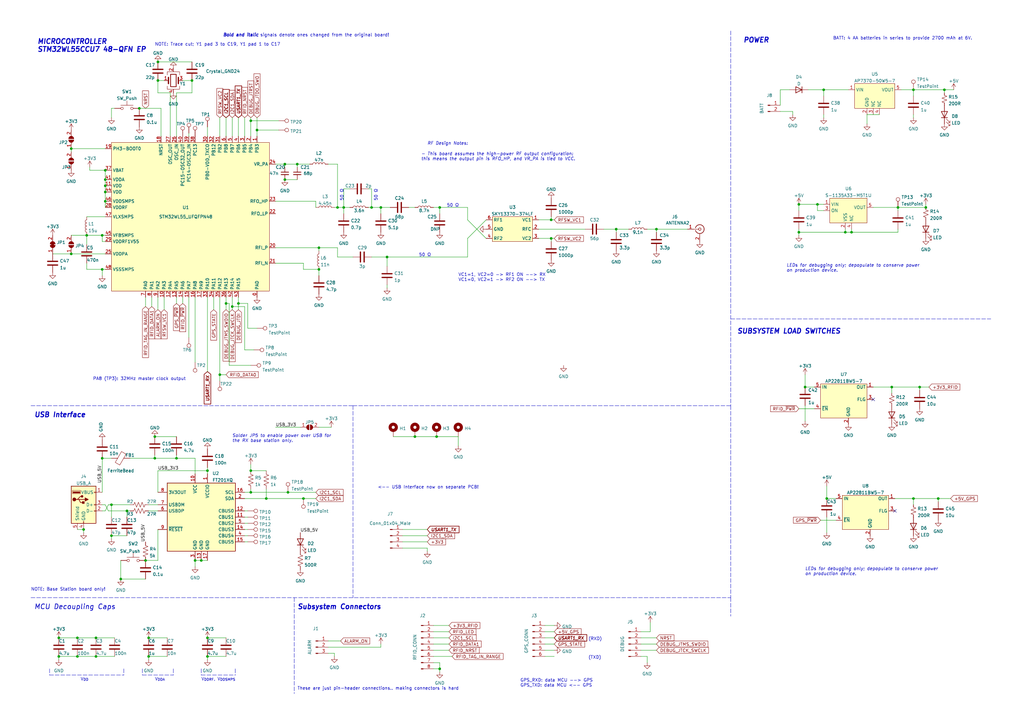
<source format=kicad_sch>
(kicad_sch (version 20211123) (generator eeschema)
  (paper "A3")
  (junction (at 85.09 269.24))
  (junction (at 43.18 73.66))
  (junction (at 349.25 95.25))
  (junction (at 226.06 97.79))
  (junction (at 59.69 229.87))
  (junction (at 39.37 269.24))
  (junction (at 327.66 83.82))
  (junction (at 29.21 104.14))
  (junction (at 179.07 179.07))
  (junction (at 85.09 261.62))
  (junction (at 116.84 73.66))
  (junction (at 384.81 204.47))
  (junction (at 109.22 204.47))
  (junction (at 377.19 158.75))
  (junction (at 327.66 95.25))
  (junction (at 35.56 96.52))
  (junction (at 156.21 85.09))
  (junction (at 102.87 201.93))
  (junction (at 102.87 49.53))
  (junction (at 78.74 33.02))
  (junction (at 170.18 179.07))
  (junction (at 337.82 36.83))
  (junction (at 31.75 261.62))
  (junction (at 339.09 204.47))
  (junction (at 140.97 85.09))
  (junction (at 335.28 83.82))
  (junction (at 252.73 93.98))
  (junction (at 180.34 85.09))
  (junction (at 130.81 101.6))
  (junction (at 41.91 187.96))
  (junction (at 43.18 76.2))
  (junction (at 269.24 93.98))
  (junction (at 49.53 237.49))
  (junction (at 95.25 125.73))
  (junction (at 41.91 110.49))
  (junction (at 31.75 269.24))
  (junction (at 45.72 207.01))
  (junction (at 64.77 33.02))
  (junction (at 64.77 25.4))
  (junction (at 130.81 110.49))
  (junction (at 116.84 67.31))
  (junction (at 121.92 67.31))
  (junction (at 102.87 193.04))
  (junction (at 97.79 124.46))
  (junction (at 346.71 95.25))
  (junction (at 158.75 105.41))
  (junction (at 41.91 96.52))
  (junction (at 124.46 204.47))
  (junction (at 63.5 179.07))
  (junction (at 24.13 269.24))
  (junction (at 330.2 158.75))
  (junction (at 138.43 85.09))
  (junction (at 52.07 209.55))
  (junction (at 92.71 124.46))
  (junction (at 43.18 82.55))
  (junction (at 60.96 269.24))
  (junction (at 152.4 85.09))
  (junction (at 45.72 219.71))
  (junction (at 63.5 187.96))
  (junction (at 365.76 158.75))
  (junction (at 379.73 85.09))
  (junction (at 180.34 274.32))
  (junction (at 85.09 193.04))
  (junction (at 374.65 204.47))
  (junction (at 226.06 90.17))
  (junction (at 43.18 69.85))
  (junction (at 24.13 261.62))
  (junction (at 90.17 153.67))
  (junction (at 57.15 44.45))
  (junction (at 387.35 36.83))
  (junction (at 34.29 217.17))
  (junction (at 374.65 36.83))
  (junction (at 29.21 60.96))
  (junction (at 39.37 261.62))
  (junction (at 60.96 261.62))
  (junction (at 368.3 85.09))
  (junction (at 43.18 78.74))
  (junction (at 118.11 201.93))
  (junction (at 80.01 229.87))
  (junction (at 82.55 229.87))
  (junction (at 72.39 187.96))
  (junction (at 105.41 53.34))
  (no_connect (at 358.14 163.83))
  (no_connect (at 367.03 209.55))
  (wire (pts (xy 59.69 229.87) (xy 64.77 229.87)))
  (wire (pts (xy 52.07 209.55) (xy 52.07 212.09)))
  (wire (pts (xy 223.52 269.24) (xy 227.33 269.24)))
  (wire (pts (xy 223.52 259.08) (xy 227.33 259.08)))
  (wire (pts (xy 320.04 36.83) (xy 323.85 36.83)))
  (wire (pts (xy 100.33 48.26) (xy 100.33 55.88)))
  (wire (pts (xy 80.01 187.96) (xy 80.01 194.31)))
  (wire (pts (xy 60.96 207.01) (xy 64.77 207.01)))
  (wire (pts (xy 100.33 201.93) (xy 102.87 201.93)))
  (wire (pts (xy 151.13 77.47) (xy 152.4 77.47)))
  (wire (pts (xy 138.43 85.09) (xy 140.97 85.09)))
  (wire (pts (xy 100.33 222.25) (xy 101.6 222.25)))
  (wire (pts (xy 387.35 36.83) (xy 387.35 38.1)))
  (wire (pts (xy 44.45 207.01) (xy 45.72 207.01)))
  (polyline (pts (xy 50.8 274.32) (xy 50.8 276.86)))
  (wire (pts (xy 269.24 93.98) (xy 281.94 93.98)))
  (wire (pts (xy 41.91 99.06) (xy 41.91 96.52)))
  (wire (pts (xy 92.71 48.26) (xy 92.71 55.88)))
  (polyline (pts (xy 299.72 166.37) (xy 299.72 245.11)))
  (wire (pts (xy 24.13 261.62) (xy 31.75 261.62)))
  (wire (pts (xy 105.41 48.26) (xy 105.41 53.34)))
  (wire (pts (xy 331.47 36.83) (xy 337.82 36.83)))
  (wire (pts (xy 24.13 270.51) (xy 24.13 269.24)))
  (wire (pts (xy 140.97 77.47) (xy 140.97 85.09)))
  (wire (pts (xy 165.1 217.17) (xy 175.26 217.17)))
  (wire (pts (xy 100.33 217.17) (xy 101.6 217.17)))
  (wire (pts (xy 97.79 124.46) (xy 101.6 124.46)))
  (wire (pts (xy 177.8 85.09) (xy 180.34 85.09)))
  (wire (pts (xy 53.34 187.96) (xy 63.5 187.96)))
  (wire (pts (xy 113.03 101.6) (xy 130.81 101.6)))
  (wire (pts (xy 346.71 95.25) (xy 349.25 95.25)))
  (wire (pts (xy 379.73 83.82) (xy 379.73 85.09)))
  (wire (pts (xy 140.97 85.09) (xy 143.51 85.09)))
  (wire (pts (xy 152.4 85.09) (xy 156.21 85.09)))
  (wire (pts (xy 36.83 68.58) (xy 36.83 69.85)))
  (wire (pts (xy 337.82 46.99) (xy 337.82 48.26)))
  (wire (pts (xy 266.7 259.08) (xy 266.7 255.27)))
  (wire (pts (xy 100.33 204.47) (xy 109.22 204.47)))
  (wire (pts (xy 226.06 97.79) (xy 226.06 99.06)))
  (wire (pts (xy 49.53 237.49) (xy 59.69 237.49)))
  (wire (pts (xy 113.03 82.55) (xy 129.54 82.55)))
  (wire (pts (xy 57.15 44.45) (xy 66.04 44.45)))
  (wire (pts (xy 41.91 110.49) (xy 41.91 113.03)))
  (wire (pts (xy 177.8 256.54) (xy 184.15 256.54)))
  (wire (pts (xy 49.53 229.87) (xy 49.53 237.49)))
  (wire (pts (xy 325.12 45.72) (xy 320.04 45.72)))
  (wire (pts (xy 66.04 44.45) (xy 66.04 55.88)))
  (wire (pts (xy 24.13 269.24) (xy 31.75 269.24)))
  (wire (pts (xy 247.65 93.98) (xy 252.73 93.98)))
  (polyline (pts (xy 58.42 274.32) (xy 58.42 276.86)))
  (polyline (pts (xy 82.55 276.86) (xy 96.52 276.86)))
  (wire (pts (xy 116.84 73.66) (xy 121.92 73.66)))
  (wire (pts (xy 116.84 67.31) (xy 121.92 67.31)))
  (polyline (pts (xy 58.42 276.86) (xy 71.12 276.86)))
  (wire (pts (xy 339.09 199.39) (xy 339.09 204.47)))
  (wire (pts (xy 262.89 261.62) (xy 269.24 261.62)))
  (wire (pts (xy 45.72 219.71) (xy 52.07 219.71)))
  (wire (pts (xy 97.79 124.46) (xy 97.79 127)))
  (wire (pts (xy 129.54 82.55) (xy 129.54 85.09)))
  (wire (pts (xy 105.41 53.34) (xy 105.41 55.88)))
  (wire (pts (xy 34.29 218.44) (xy 34.29 217.17)))
  (wire (pts (xy 74.93 33.02) (xy 78.74 33.02)))
  (wire (pts (xy 387.35 36.83) (xy 391.16 36.83)))
  (wire (pts (xy 177.8 271.78) (xy 180.34 271.78)))
  (wire (pts (xy 72.39 186.69) (xy 72.39 187.96)))
  (wire (pts (xy 44.45 209.55) (xy 43.18 207.01)))
  (wire (pts (xy 134.62 262.89) (xy 139.7 262.89)))
  (polyline (pts (xy 144.78 166.37) (xy 299.72 166.37)))
  (wire (pts (xy 39.37 269.24) (xy 46.99 269.24)))
  (wire (pts (xy 220.98 90.17) (xy 226.06 90.17)))
  (wire (pts (xy 97.79 121.92) (xy 97.79 124.46)))
  (wire (pts (xy 29.21 104.14) (xy 43.18 104.14)))
  (wire (pts (xy 374.65 204.47) (xy 374.65 207.01)))
  (wire (pts (xy 31.75 269.24) (xy 39.37 269.24)))
  (wire (pts (xy 113.03 107.95) (xy 124.46 107.95)))
  (wire (pts (xy 77.47 54.61) (xy 77.47 55.88)))
  (wire (pts (xy 35.56 88.9) (xy 43.18 88.9)))
  (wire (pts (xy 93.98 124.46) (xy 93.98 149.86)))
  (wire (pts (xy 36.83 69.85) (xy 43.18 69.85)))
  (wire (pts (xy 124.46 110.49) (xy 130.81 110.49)))
  (wire (pts (xy 220.98 97.79) (xy 226.06 97.79)))
  (wire (pts (xy 43.18 99.06) (xy 41.91 99.06)))
  (wire (pts (xy 346.71 95.25) (xy 346.71 93.98)))
  (wire (pts (xy 152.4 77.47) (xy 152.4 85.09)))
  (polyline (pts (xy 120.65 245.11) (xy 120.65 284.48)))
  (wire (pts (xy 151.13 85.09) (xy 152.4 85.09)))
  (wire (pts (xy 369.57 36.83) (xy 374.65 36.83)))
  (wire (pts (xy 137.16 267.97) (xy 137.16 269.24)))
  (wire (pts (xy 156.21 85.09) (xy 156.21 87.63)))
  (wire (pts (xy 175.26 224.79) (xy 175.26 226.06)))
  (wire (pts (xy 384.81 204.47) (xy 389.89 204.47)))
  (wire (pts (xy 60.96 209.55) (xy 64.77 209.55)))
  (polyline (pts (xy 20.32 274.32) (xy 20.32 276.86)))
  (wire (pts (xy 226.06 97.79) (xy 227.33 97.79)))
  (wire (pts (xy 64.77 25.4) (xy 78.74 25.4)))
  (wire (pts (xy 137.16 85.09) (xy 138.43 85.09)))
  (wire (pts (xy 252.73 93.98) (xy 257.81 93.98)))
  (wire (pts (xy 95.25 125.73) (xy 100.33 125.73)))
  (wire (pts (xy 60.96 269.24) (xy 60.96 270.51)))
  (wire (pts (xy 39.37 261.62) (xy 46.99 261.62)))
  (polyline (pts (xy 144.78 166.37) (xy 144.78 245.11)))
  (wire (pts (xy 179.07 179.07) (xy 170.18 179.07)))
  (wire (pts (xy 92.71 124.46) (xy 92.71 127)))
  (wire (pts (xy 327.66 167.64) (xy 334.01 167.64)))
  (wire (pts (xy 90.17 153.67) (xy 92.71 153.67)))
  (wire (pts (xy 191.77 85.09) (xy 191.77 90.17)))
  (wire (pts (xy 262.89 259.08) (xy 266.7 259.08)))
  (wire (pts (xy 158.75 105.41) (xy 191.77 105.41)))
  (wire (pts (xy 170.18 179.07) (xy 161.29 179.07)))
  (wire (pts (xy 365.76 158.75) (xy 377.19 158.75)))
  (wire (pts (xy 335.28 83.82) (xy 327.66 83.82)))
  (wire (pts (xy 72.39 187.96) (xy 80.01 187.96)))
  (wire (pts (xy 158.75 105.41) (xy 158.75 109.22)))
  (wire (pts (xy 78.74 33.02) (xy 78.74 38.1)))
  (wire (pts (xy 109.22 200.66) (xy 109.22 204.47)))
  (wire (pts (xy 69.85 38.1) (xy 64.77 38.1)))
  (wire (pts (xy 100.33 212.09) (xy 101.6 212.09)))
  (wire (pts (xy 74.93 121.92) (xy 74.93 124.46)))
  (wire (pts (xy 63.5 186.69) (xy 63.5 187.96)))
  (wire (pts (xy 177.8 269.24) (xy 185.42 269.24)))
  (wire (pts (xy 43.18 73.66) (xy 43.18 76.2)))
  (wire (pts (xy 85.09 261.62) (xy 92.71 261.62)))
  (wire (pts (xy 100.33 143.51) (xy 104.14 143.51)))
  (wire (pts (xy 90.17 48.26) (xy 90.17 55.88)))
  (wire (pts (xy 67.31 121.92) (xy 67.31 127)))
  (wire (pts (xy 85.09 52.07) (xy 85.09 55.88)))
  (wire (pts (xy 223.52 261.62) (xy 227.33 261.62)))
  (wire (pts (xy 180.34 85.09) (xy 191.77 85.09)))
  (wire (pts (xy 191.77 97.79) (xy 191.77 105.41)))
  (wire (pts (xy 191.77 90.17) (xy 199.39 97.79)))
  (wire (pts (xy 337.82 83.82) (xy 335.28 83.82)))
  (polyline (pts (xy 20.32 276.86) (xy 50.8 276.86)))
  (wire (pts (xy 223.52 264.16) (xy 227.33 264.16)))
  (wire (pts (xy 187.96 179.07) (xy 179.07 179.07)))
  (wire (pts (xy 327.66 95.25) (xy 346.71 95.25)))
  (polyline (pts (xy 12.7 245.11) (xy 299.72 245.11)))
  (wire (pts (xy 102.87 48.26) (xy 102.87 49.53)))
  (wire (pts (xy 69.85 55.88) (xy 69.85 38.1)))
  (wire (pts (xy 177.8 261.62) (xy 184.15 261.62)))
  (wire (pts (xy 187.96 182.88) (xy 187.96 179.07)))
  (wire (pts (xy 165.1 224.79) (xy 175.26 224.79)))
  (wire (pts (xy 101.6 124.46) (xy 101.6 134.62)))
  (polyline (pts (xy 299.72 12.7) (xy 299.72 166.37)))
  (wire (pts (xy 339.09 204.47) (xy 342.9 204.47)))
  (wire (pts (xy 226.06 90.17) (xy 227.33 90.17)))
  (wire (pts (xy 330.2 172.72) (xy 330.2 166.37)))
  (wire (pts (xy 130.81 110.49) (xy 130.81 113.03)))
  (wire (pts (xy 158.75 116.84) (xy 158.75 118.11)))
  (wire (pts (xy 43.18 82.55) (xy 43.18 85.09)))
  (wire (pts (xy 80.01 232.41) (xy 80.01 229.87)))
  (wire (pts (xy 152.4 105.41) (xy 158.75 105.41)))
  (wire (pts (xy 64.77 193.04) (xy 64.77 201.93)))
  (wire (pts (xy 97.79 48.26) (xy 97.79 55.88)))
  (wire (pts (xy 35.56 96.52) (xy 41.91 96.52)))
  (wire (pts (xy 134.62 67.31) (xy 138.43 67.31)))
  (wire (pts (xy 45.72 48.26) (xy 45.72 44.45)))
  (wire (pts (xy 336.55 213.36) (xy 342.9 213.36)))
  (wire (pts (xy 109.22 204.47) (xy 124.46 204.47)))
  (wire (pts (xy 368.3 95.25) (xy 349.25 95.25)))
  (wire (pts (xy 41.91 187.96) (xy 45.72 187.96)))
  (wire (pts (xy 365.76 158.75) (xy 365.76 161.29)))
  (wire (pts (xy 85.09 193.04) (xy 85.09 194.31)))
  (wire (pts (xy 41.91 187.96) (xy 41.91 201.93)))
  (wire (pts (xy 252.73 93.98) (xy 252.73 95.25)))
  (wire (pts (xy 180.34 271.78) (xy 180.34 274.32)))
  (wire (pts (xy 165.1 219.71) (xy 175.26 219.71)))
  (wire (pts (xy 64.77 121.92) (xy 64.77 127)))
  (wire (pts (xy 101.6 209.55) (xy 100.33 209.55)))
  (wire (pts (xy 29.21 96.52) (xy 35.56 96.52)))
  (wire (pts (xy 223.52 266.7) (xy 227.33 266.7)))
  (wire (pts (xy 262.89 264.16) (xy 269.24 264.16)))
  (wire (pts (xy 138.43 67.31) (xy 138.43 85.09)))
  (wire (pts (xy 95.25 121.92) (xy 95.25 125.73)))
  (wire (pts (xy 63.5 179.07) (xy 72.39 179.07)))
  (wire (pts (xy 367.03 204.47) (xy 374.65 204.47)))
  (wire (pts (xy 85.09 191.77) (xy 85.09 193.04)))
  (wire (pts (xy 156.21 264.16) (xy 156.21 265.43)))
  (wire (pts (xy 262.89 266.7) (xy 269.24 266.7)))
  (wire (pts (xy 374.65 46.99) (xy 374.65 48.26)))
  (wire (pts (xy 21.59 104.14) (xy 29.21 104.14)))
  (wire (pts (xy 167.64 85.09) (xy 170.18 85.09)))
  (polyline (pts (xy 82.55 274.32) (xy 82.55 276.86)))
  (wire (pts (xy 29.21 60.96) (xy 43.18 60.96)))
  (wire (pts (xy 368.3 93.98) (xy 368.3 95.25)))
  (wire (pts (xy 102.87 49.53) (xy 102.87 55.88)))
  (wire (pts (xy 140.97 85.09) (xy 140.97 87.63)))
  (wire (pts (xy 92.71 121.92) (xy 92.71 124.46)))
  (wire (pts (xy 113.03 175.26) (xy 123.19 175.26)))
  (wire (pts (xy 121.92 67.31) (xy 127 67.31)))
  (wire (pts (xy 269.24 93.98) (xy 269.24 95.25)))
  (wire (pts (xy 93.98 149.86) (xy 102.87 149.86)))
  (wire (pts (xy 64.77 33.02) (xy 67.31 33.02)))
  (wire (pts (xy 45.72 207.01) (xy 53.34 207.01)))
  (wire (pts (xy 177.8 259.08) (xy 184.15 259.08)))
  (wire (pts (xy 349.25 95.25) (xy 349.25 93.98)))
  (wire (pts (xy 90.17 121.92) (xy 90.17 153.67)))
  (wire (pts (xy 52.07 209.55) (xy 53.34 209.55)))
  (wire (pts (xy 85.09 269.24) (xy 92.71 269.24)))
  (wire (pts (xy 41.91 207.01) (xy 43.18 207.01)))
  (wire (pts (xy 64.77 38.1) (xy 64.77 33.02)))
  (wire (pts (xy 44.45 209.55) (xy 52.07 209.55)))
  (wire (pts (xy 72.39 121.92) (xy 72.39 124.46)))
  (wire (pts (xy 85.09 121.92) (xy 85.09 152.4)))
  (wire (pts (xy 35.56 107.95) (xy 35.56 110.49)))
  (wire (pts (xy 337.82 36.83) (xy 337.82 39.37)))
  (wire (pts (xy 339.09 218.44) (xy 339.09 212.09)))
  (wire (pts (xy 124.46 107.95) (xy 124.46 110.49)))
  (wire (pts (xy 102.87 200.66) (xy 102.87 201.93)))
  (wire (pts (xy 92.71 124.46) (xy 93.98 124.46)))
  (wire (pts (xy 41.91 209.55) (xy 43.18 209.55)))
  (wire (pts (xy 223.52 256.54) (xy 227.33 256.54)))
  (wire (pts (xy 116.84 67.31) (xy 116.84 68.58)))
  (wire (pts (xy 130.81 101.6) (xy 138.43 101.6)))
  (wire (pts (xy 355.6 46.99) (xy 355.6 50.8)))
  (wire (pts (xy 177.8 264.16) (xy 184.15 264.16)))
  (wire (pts (xy 191.77 97.79) (xy 199.39 90.17)))
  (wire (pts (xy 45.72 220.98) (xy 45.72 219.71)))
  (wire (pts (xy 327.66 83.82) (xy 327.66 86.36)))
  (wire (pts (xy 265.43 93.98) (xy 269.24 93.98)))
  (wire (pts (xy 31.75 261.62) (xy 39.37 261.62)))
  (wire (pts (xy 64.77 217.17) (xy 64.77 229.87)))
  (wire (pts (xy 45.72 44.45) (xy 46.99 44.45)))
  (wire (pts (xy 226.06 88.9) (xy 226.06 90.17)))
  (wire (pts (xy 105.41 53.34) (xy 114.3 53.34)))
  (wire (pts (xy 121.92 67.31) (xy 121.92 68.58)))
  (wire (pts (xy 90.17 153.67) (xy 90.17 156.21)))
  (wire (pts (xy 355.6 46.99) (xy 360.68 46.99)))
  (wire (pts (xy 100.33 125.73) (xy 100.33 143.51)))
  (wire (pts (xy 113.03 67.31) (xy 116.84 67.31)))
  (wire (pts (xy 327.66 93.98) (xy 327.66 95.25)))
  (wire (pts (xy 62.23 121.92) (xy 62.23 125.73)))
  (wire (pts (xy 102.87 49.53) (xy 114.3 49.53)))
  (wire (pts (xy 29.21 60.96) (xy 29.21 62.23)))
  (wire (pts (xy 102.87 190.5) (xy 102.87 193.04)))
  (wire (pts (xy 265.43 271.78) (xy 265.43 269.24)))
  (polyline (pts (xy 71.12 274.32) (xy 71.12 276.86)))
  (wire (pts (xy 72.39 38.1) (xy 72.39 55.88)))
  (wire (pts (xy 41.91 96.52) (xy 43.18 96.52)))
  (wire (pts (xy 80.01 229.87) (xy 82.55 229.87)))
  (wire (pts (xy 384.81 204.47) (xy 384.81 205.74)))
  (wire (pts (xy 72.39 38.1) (xy 78.74 38.1)))
  (wire (pts (xy 95.25 48.26) (xy 95.25 55.88)))
  (wire (pts (xy 374.65 204.47) (xy 384.81 204.47)))
  (wire (pts (xy 43.18 209.55) (xy 44.45 207.01)))
  (wire (pts (xy 330.2 153.67) (xy 330.2 158.75)))
  (wire (pts (xy 368.3 85.09) (xy 368.3 86.36)))
  (wire (pts (xy 43.18 78.74) (xy 43.18 82.55)))
  (wire (pts (xy 43.18 76.2) (xy 43.18 78.74)))
  (wire (pts (xy 60.96 269.24) (xy 68.58 269.24)))
  (wire (pts (xy 118.11 201.93) (xy 129.54 201.93)))
  (wire (pts (xy 374.65 36.83) (xy 387.35 36.83)))
  (wire (pts (xy 358.14 158.75) (xy 365.76 158.75)))
  (wire (pts (xy 130.81 175.26) (xy 135.89 175.26)))
  (wire (pts (xy 64.77 193.04) (xy 85.09 193.04)))
  (wire (pts (xy 265.43 269.24) (xy 262.89 269.24)))
  (wire (pts (xy 138.43 101.6) (xy 138.43 105.41)))
  (wire (pts (xy 320.04 43.18) (xy 320.04 36.83)))
  (wire (pts (xy 95.25 125.73) (xy 95.25 127)))
  (wire (pts (xy 45.72 207.01) (xy 45.72 212.09)))
  (wire (pts (xy 180.34 274.32) (xy 180.34 275.59)))
  (wire (pts (xy 377.19 158.75) (xy 377.19 160.02)))
  (wire (pts (xy 134.62 267.97) (xy 137.16 267.97)))
  (wire (pts (xy 31.75 217.17) (xy 34.29 217.17)))
  (wire (pts (xy 63.5 187.96) (xy 72.39 187.96)))
  (wire (pts (xy 41.91 110.49) (xy 43.18 110.49)))
  (wire (pts (xy 35.56 110.49) (xy 41.91 110.49)))
  (wire (pts (xy 325.12 46.99) (xy 325.12 45.72)))
  (wire (pts (xy 374.65 36.83) (xy 374.65 39.37)))
  (wire (pts (xy 100.33 219.71) (xy 101.6 219.71)))
  (wire (pts (xy 177.8 274.32) (xy 180.34 274.32)))
  (wire (pts (xy 35.56 96.52) (xy 35.56 100.33)))
  (wire (pts (xy 82.55 229.87) (xy 85.09 229.87)))
  (wire (pts (xy 177.8 266.7) (xy 184.15 266.7)))
  (wire (pts (xy 337.82 86.36) (xy 335.28 86.36)))
  (wire (pts (xy 368.3 85.09) (xy 379.73 85.09)))
  (wire (pts (xy 180.34 85.09) (xy 180.34 87.63)))
  (wire (pts (xy 102.87 193.04) (xy 109.22 193.04)))
  (wire (pts (xy 337.82 36.83) (xy 347.98 36.83)))
  (wire (pts (xy 330.2 158.75) (xy 334.01 158.75)))
  (wire (pts (xy 156.21 85.09) (xy 160.02 85.09)))
  (wire (pts (xy 124.46 204.47) (xy 129.54 204.47)))
  (wire (pts (xy 87.63 121.92) (xy 87.63 127)))
  (wire (pts (xy 165.1 222.25) (xy 175.26 222.25)))
  (wire (pts (xy 143.51 77.47) (xy 140.97 77.47)))
  (wire (pts (xy 368.3 85.09) (xy 358.14 85.09)))
  (wire (pts (xy 77.47 121.92) (xy 77.47 138.43)))
  (wire (pts (xy 102.87 201.93) (xy 118.11 201.93)))
  (wire (pts (xy 100.33 214.63) (xy 101.6 214.63)))
  (wire (pts (xy 85.09 270.51) (xy 85.09 269.24)))
  (polyline (pts (xy 299.72 130.81) (xy 406.4 130.81)))
  (polyline (pts (xy 96.52 274.32) (xy 96.52 276.86)))
  (polyline (pts (xy 299.72 245.11) (xy 299.72 252.73)))
  (wire (pts (xy 101.6 134.62) (xy 105.41 134.62)))
  (wire (pts (xy 60.96 261.62) (xy 68.58 261.62)))
  (wire (pts (xy 43.18 69.85) (xy 43.18 73.66)))
  (wire (pts (xy 80.01 121.92) (xy 80.01 148.59)))
  (wire (pts (xy 130.81 101.6) (xy 130.81 102.87)))
  (wire (pts (xy 327.66 95.25) (xy 327.66 96.52)))
  (wire (pts (xy 335.28 83.82) (xy 335.28 86.36)))
  (wire (pts (xy 377.19 158.75) (xy 381 158.75)))
  (wire (pts (xy 59.69 121.92) (xy 59.69 125.73)))
  (wire (pts (xy 220.98 93.98) (xy 240.03 93.98)))
  (wire (pts (xy 138.43 105.41) (xy 144.78 105.41)))
  (polyline (pts (xy 12.7 166.37) (xy 144.78 166.37)))
  (wire (pts (xy 134.62 265.43) (xy 156.21 265.43)))
  (text "NOTE: Base Station board only!" (at 12.7 242.57 0) (effects (font (size 1.27 1.27)) (justify left bottom)))
  (text "Bold and italic" (at 91.44 15.24 0) (effects (font (size 1.27 1.27) (thickness 0.254) bold italic) (justify left bottom)))
  (text "V_{DD} \n" (at 33.02 279.4 0) (effects (font (size 1.27 1.27)) (justify left bottom)))
  (text "(RXD)\n" (at 241.3 262.89 0) (effects (font (size 1.27 1.27)) (justify left bottom)))
  (text "Subsystem Connectors" (at 121.92 250.19 0) (effects (font (size 2 2) bold italic) (justify left bottom)))
  (text "These are just pin-header connections.. making connectors is hard\n" (at 121.92 283.21 0) (effects (font (size 1.27 1.27)) (justify left bottom)))
  (text "50 Ω \n" (at 189.23 85.09 180) (effects (font (size 1.27 1.27)) (justify right bottom)))
  (text "SUBSYSTEM LOAD SWITCHES" (at 302.26 137.16 0) (effects (font (size 2 2) (thickness 0.4) bold italic) (justify left bottom)))
  (text "VC1=1, VC2=0 -> RF1 ON --> RX\nVC1=0, VC2=1 -> RF2 ON --> TX\n" (at 187.96 115.57 0) (effects (font (size 1.27 1.27)) (justify left bottom)))
  (text "MICROCONTROLLER\nSTM32WL55CCU7 48-QFN EP\n" (at 15.24 21.59 0) (effects (font (size 2 2) (thickness 0.4) bold italic) (justify left bottom)))
  (text "Solder JP5 to enable power over USB for \nthe RX base station only. " (at 95.25 181.61 0) (effects (font (size 1.27 1.27) italic) (justify left bottom)))
  (text "(TXD)\n" (at 241.3 270.51 0) (effects (font (size 1.27 1.27)) (justify left bottom)))
  (text "V_{DDA}\n" (at 63.5 279.4 0) (effects (font (size 1.27 1.27)) (justify left bottom)))
  (text "<-- USB Interface now on separate PCB!\n" (at 154.94 200.66 0) (effects (font (size 1.27 1.27)) (justify left bottom)))
  (text "50 Ω " (at 140.97 82.55 90) (effects (font (size 1.27 1.27)) (justify left bottom)))
  (text "BATT: 4 AA batteries in series to provide 2700 mAh at 6V. " (at 341.63 16.51 0) (effects (font (size 1.27 1.27)) (justify left bottom)))
  (text "signals denote ones changed from the original board!" (at 106.68 15.24 0) (effects (font (size 1.27 1.27)) (justify left bottom)))
  (text "LEDs for debugging only; depopulate to conserve power \non production device.\n" (at 322.58 111.76 0) (effects (font (size 1.27 1.27) italic) (justify left bottom)))
  (text "50 Ω \n" (at 177.8 105.41 180) (effects (font (size 1.27 1.27)) (justify right bottom)))
  (text "MCU Decoupling Caps" (at 13.97 250.19 0) (effects (font (size 2 2) (thickness 0.254) bold italic) (justify left bottom)))
  (text "V_{DDRF}, V_{DDSMPS}" (at 82.55 279.4 0) (effects (font (size 1.27 1.27)) (justify left bottom)))
  (text "50 Ω \n" (at 154.94 82.55 90) (effects (font (size 1.27 1.27)) (justify left bottom)))
  (text "GPS_RXD: data MCU --> GPS\nGPS_TXD: data MCU <-- GPS\n" (at 213.36 281.94 0) (effects (font (size 1.27 1.27)) (justify left bottom)))
  (text "POWER" (at 304.8 17.78 0) (effects (font (size 2 2) (thickness 0.4) bold italic) (justify left bottom)))
  (text "USB Interface\n" (at 13.97 171.45 0) (effects (font (size 2 2) bold italic) (justify left bottom)))
  (text "NOTE: Trace cut; Y1 pad 3 to C19, Y1 pad 1 to C17\n" (at 63.5 19.05 0) (effects (font (size 1.27 1.27)) (justify left bottom)))
  (text "RF Design Notes: " (at 175.26 59.69 0) (effects (font (size 1.27 1.27) italic) (justify left bottom)))
  (text "LEDs for debugging only; depopulate to conserve power \non production device.\n" (at 330.2 236.22 0) (effects (font (size 1.27 1.27) italic) (justify left bottom)))
  (text "PA8 (TP3): 32MHz master clock output" (at 38.1 156.21 0) (effects (font (size 1.27 1.27)) (justify left bottom)))
  (text "- This board assumes the high-power RF output configuration: \nthis means the output pin is RFO_HP, and VR_PA is tied to VCC. " (at 172.72 66.04 0) (effects (font (size 1.27 1.27) italic) (justify left bottom)))
  (label "USB_3V3" (at 113.03 175.26 0))
  (label "USB_5V" (at 59.69 222.25 90))
  (label "USB_3V3" (at 64.77 193.04 0))
  (label "USB_5V" (at 41.91 198.12 90))
  (label "USB_5V" (at 123.19 218.44 0))
  (global_label "GPS_~{PWR}" (shape input) (at 72.39 124.46 270) (property "Intersheet References" "${INTERSHEET_REFS}" (effects hide)))
  (global_label "I2C1_SCL" (shape input) (at 129.54 201.93 0) (property "Intersheet References" "${INTERSHEET_REFS}" (effects hide)))
  (global_label "RFID_TAG_IN_RANGE" (shape input) (at 185.42 269.24 0) (property "Intersheet References" "${INTERSHEET_REFS}" (effects hide)))
  (global_label "DBUG_JTDO_SWO" (shape input) (at 105.41 48.26 90) (property "Intersheet References" "${INTERSHEET_REFS}" (effects hide)))
  (global_label "RFID_NRST" (shape input) (at 184.15 266.7 0) (property "Intersheet References" "${INTERSHEET_REFS}" (effects hide)))
  (global_label "+5V_GPS" (shape input) (at 227.33 259.08 0) (property "Intersheet References" "${INTERSHEET_REFS}" (effects hide)))
  (global_label "RFID_~{PWR}" (shape input) (at 327.66 167.64 180) (property "Intersheet References" "${INTERSHEET_REFS}" (effects hide)))
  (global_label "RFID_LED" (shape input) (at 184.15 259.08 0) (property "Intersheet References" "${INTERSHEET_REFS}" (effects hide)))
  (global_label "USART1_TX" (shape input) (at 175.26 217.17 0) (effects (font (thickness 0.254) bold italic)) (property "Intersheet References" "${INTERSHEET_REFS}" (effects hide)))
  (global_label "GPS_STATE" (shape input) (at 87.63 127 270) (property "Intersheet References" "${INTERSHEET_REFS}" (effects hide)))
  (global_label "USART1_RX" (shape input) (at 85.09 152.4 270) (effects (font (thickness 0.254) bold italic)) (property "Intersheet References" "${INTERSHEET_REFS}" (effects hide)))
  (global_label "RFID_DATA1" (shape input) (at 62.23 125.73 270) (property "Intersheet References" "${INTERSHEET_REFS}" (effects hide)))
  (global_label "DEBUG_JTCK_SWCLK" (shape input) (at 269.24 266.7 0) (property "Intersheet References" "${INTERSHEET_REFS}" (effects hide)))
  (global_label "RFSW_VC2" (shape input) (at 227.33 97.79 0) (property "Intersheet References" "${INTERSHEET_REFS}" (effects hide)))
  (global_label "I2C1_SDA" (shape input) (at 95.25 48.26 90) (property "Intersheet References" "${INTERSHEET_REFS}" (effects hide)))
  (global_label "+3V3_RFID" (shape input) (at 381 158.75 0) (property "Intersheet References" "${INTERSHEET_REFS}" (effects hide)))
  (global_label "RFID_NRST" (shape input) (at 100.33 48.26 90) (property "Intersheet References" "${INTERSHEET_REFS}" (effects hide)))
  (global_label "NRST" (shape input) (at 269.24 261.62 0) (property "Intersheet References" "${INTERSHEET_REFS}" (effects hide)))
  (global_label "I2C1_SCL" (shape input) (at 92.71 48.26 90) (effects (font (thickness 0.254) bold italic)) (property "Intersheet References" "${INTERSHEET_REFS}" (effects hide)))
  (global_label "RFID_DATA1" (shape input) (at 184.15 264.16 0) (property "Intersheet References" "${INTERSHEET_REFS}" (effects hide)))
  (global_label "NRST" (shape input) (at 59.69 44.45 90) (property "Intersheet References" "${INTERSHEET_REFS}" (effects hide)))
  (global_label "DEBUG_JTCK_SWCLK" (shape input) (at 95.25 127 270) (property "Intersheet References" "${INTERSHEET_REFS}" (effects hide)))
  (global_label "DEBUG_JTMS_SWDIO" (shape input) (at 269.24 264.16 0) (property "Intersheet References" "${INTERSHEET_REFS}" (effects hide)))
  (global_label "USART1_TX" (shape input) (at 97.79 48.26 90) (effects (font (thickness 0.254) bold italic)) (property "Intersheet References" "${INTERSHEET_REFS}" (effects hide)))
  (global_label "+5V_GPS" (shape input) (at 389.89 204.47 0) (property "Intersheet References" "${INTERSHEET_REFS}" (effects hide)))
  (global_label "RFID_~{PWR}" (shape input) (at 74.93 124.46 270) (property "Intersheet References" "${INTERSHEET_REFS}" (effects hide)))
  (global_label "DEBUG_JTRST" (shape input) (at 102.87 48.26 90) (property "Intersheet References" "${INTERSHEET_REFS}" (effects hide)))
  (global_label "RFID_TAG_IN_RANGE" (shape input) (at 59.69 125.73 270) (property "Intersheet References" "${INTERSHEET_REFS}" (effects hide)))
  (global_label "ALARM_ON" (shape input) (at 139.7 262.89 0) (property "Intersheet References" "${INTERSHEET_REFS}" (effects hide)))
  (global_label "+3V3" (shape input) (at 175.26 222.25 0) (property "Intersheet References" "${INTERSHEET_REFS}" (effects hide)))
  (global_label "RFSW_VC1" (shape input) (at 227.33 90.17 0) (property "Intersheet References" "${INTERSHEET_REFS}" (effects hide)))
  (global_label "I2C1_SCL" (shape input) (at 184.15 261.62 0) (property "Intersheet References" "${INTERSHEET_REFS}" (effects hide)))
  (global_label "DEBUG_JTMS_SWDIO" (shape input) (at 92.71 127 270) (property "Intersheet References" "${INTERSHEET_REFS}" (effects hide)))
  (global_label "RFSW_VC1" (shape input) (at 67.31 127 270) (property "Intersheet References" "${INTERSHEET_REFS}" (effects hide)))
  (global_label "GPS_~{PWR}" (shape input) (at 336.55 213.36 180) (property "Intersheet References" "${INTERSHEET_REFS}" (effects hide)))
  (global_label "+3V3_RFID" (shape input) (at 184.15 256.54 0) (property "Intersheet References" "${INTERSHEET_REFS}" (effects hide)))
  (global_label "RFSW_VC2" (shape input) (at 90.17 48.26 90) (property "Intersheet References" "${INTERSHEET_REFS}" (effects hide)))
  (global_label "I2C1_SDA" (shape input) (at 129.54 204.47 0) (property "Intersheet References" "${INTERSHEET_REFS}" (effects hide)))
  (global_label "RFID_DATA0" (shape input) (at 92.71 153.67 0) (property "Intersheet References" "${INTERSHEET_REFS}" (effects hide)))
  (global_label "ALARM_ON" (shape input) (at 64.77 127 270) (property "Intersheet References" "${INTERSHEET_REFS}" (effects hide)))
  (global_label "GPS_STATE" (shape input) (at 227.33 264.16 0) (property "Intersheet References" "${INTERSHEET_REFS}" (effects hide)))
  (global_label "I2C1_SDA" (shape input) (at 175.26 219.71 0) (property "Intersheet References" "${INTERSHEET_REFS}" (effects hide)))
  (global_label "DEBUG_JTDI" (shape input) (at 97.79 127 270) (property "Intersheet References" "${INTERSHEET_REFS}" (effects hide)))
  (global_label "USART1_RX" (shape input) (at 227.33 261.62 0) (effects (font (thickness 0.254) bold italic)) (property "Intersheet References" "${INTERSHEET_REFS}" (effects hide)))
  (symbol (lib_id "Switch:SW_Push") (at 54.61 229.87 0) (unit 1)
    (property "Reference" "SW2" (at 54.61 222.9825 0))
    (property "Value" "SW_Push" (at 53.34 226.06 0))
    (property "Footprint" "Connector_PinSocket_2.54mm:PinSocket_1x02_P2.54mm_Vertical" (effects hide))
  )
  (symbol (lib_id "power:GND") (at 365.76 173.99 0) (unit 1)
    (property "Reference" "#PWR069" (effects hide))
    (property "Value" "GND" (at 365.76 178.5525 0))
  )
  (symbol (lib_id "Device:C_Small") (at 121.92 71.12 0) (unit 1)
    (property "Reference" "C21" (at 123.19 68.58 0) (effects (justify left)))
    (property "Value" "68p" (at 124.46 71.12 0) (effects (justify left)))
    (property "Footprint" "Capacitor_SMD:C_0603_1608Metric" (effects hide))
  )
  (symbol (lib_id "Connector:TestPoint") (at 118.11 201.93 0) (unit 1)
    (property "Reference" "TP18" (at 119.507 197.7195 0) (effects (justify left)))
    (property "Value" "TestPoint" (at 119.507 200.4946 0) (effects (justify left)))
    (property "Footprint" "TestPoint:TestPoint_Pad_1.0x1.0mm" (effects hide))
  )
  (symbol (lib_id "Device:C") (at 63.5 182.88 0) (unit 1)
    (property "Reference" "C15" (at 66.421 181.9715 0) (effects (justify left)))
    (property "Value" "100n" (at 66.421 184.7466 0) (effects (justify left)))
    (property "Footprint" "Capacitor_SMD:C_0603_1608Metric" (effects hide))
  )
  (symbol (lib_id "power:GND") (at 339.09 218.44 0) (unit 1)
    (property "Reference" "#PWR066" (effects hide))
    (property "Value" "GND" (at 339.09 223.0025 0))
  )
  (symbol (lib_id "Device:C") (at 327.66 90.17 0) (unit 1)
    (property "Reference" "C39" (at 330.581 89.2615 0) (effects (justify left)))
    (property "Value" "1u" (at 330.581 92.0366 0) (effects (justify left)))
    (property "Footprint" "Capacitor_SMD:C_0603_1608Metric" (effects hide))
  )
  (symbol (lib_id "Device:C") (at 31.75 265.43 0) (unit 1)
    (property "Reference" "C2" (at 31.75 262.89 0) (effects (justify left)))
    (property "Value" "100n" (at 31.75 267.97 0) (effects (justify left)))
    (property "Footprint" "Capacitor_SMD:C_0603_1608Metric" (effects hide))
  )
  (symbol (lib_id "Jumper:SolderJumper_2_Bridged") (at 21.59 100.33 90) (unit 1)
    (property "Reference" "JP1" (at 23.241 99.4215 90) (effects (justify right)))
    (property "Value" "SolderJumper_2_Bridged" (effects hide))
    (property "Footprint" "new_footprints:tinyjumper" (effects hide))
  )
  (symbol (lib_id "power:+3V3") (at 36.83 68.58 0) (unit 1)
    (property "Reference" "#PWR06" (effects hide))
    (property "Value" "+3V3" (at 36.83 64.9755 0))
  )
  (symbol (lib_id "Device:R_US") (at 102.87 196.85 0) (unit 1)
    (property "Reference" "R5" (at 104.521 195.9415 0) (effects (justify left)))
    (property "Value" "1k" (at 104.521 198.7166 0) (effects (justify left)))
    (property "Footprint" "Resistor_SMD:R_0805_2012Metric_Pad1.20x1.40mm_HandSolder" (effects hide))
  )
  (symbol (lib_id "power:GND") (at 337.82 48.26 0) (unit 1)
    (property "Reference" "#PWR059" (effects hide))
    (property "Value" "GND" (at 337.82 52.8225 0))
  )
  (symbol (lib_id "new_symbols:AP7370-50W5-7") (at 347.98 36.83 0) (unit 1)
    (property "Reference" "U5" (at 358.775 30.3743 0))
    (property "Value" "AP7370-50W5-7" (at 358.775 33.1494 0))
    (property "Footprint" "new_footprints:SOT25" (effects hide))
  )
  (symbol (lib_id "power:GND") (at 63.5 179.07 180) (unit 1)
    (property "Reference" "#PWR028" (effects hide))
    (property "Value" "GND" (at 63.5 175.4655 0))
  )
  (symbol (lib_id "Jumper:SolderJumper_2_Open") (at 29.21 57.15 90) (unit 1)
    (property "Reference" "JP2" (at 24.13 58.42 90) (effects (justify right)))
    (property "Value" "SolderJumper_2_Open" (effects hide))
    (property "Footprint" "new_footprints:tinyjumper" (effects hide))
  )
  (symbol (lib_id "Device:C") (at 35.56 104.14 0) (unit 1)
    (property "Reference" "C5" (at 35.56 101.6 0) (effects (justify left)))
    (property "Value" "470n" (at 35.56 106.68 0) (effects (justify left)))
    (property "Footprint" "Capacitor_SMD:C_0603_1608Metric" (effects hide))
  )
  (symbol (lib_id "Device:LED") (at 387.35 46.99 90) (unit 1)
    (property "Reference" "D8" (at 390.271 47.669 90) (effects (justify right)))
    (property "Value" "LED" (at 390.271 50.4441 90) (effects (justify right)))
    (property "Footprint" "LED_SMD:LED_0603_1608Metric" (effects hide))
  )
  (symbol (lib_id "Mechanical:MountingHole_Pad") (at 161.29 176.53 0) (unit 1)
    (property "Reference" "H1" (at 163.83 175.739 0) (effects (justify left)))
    (property "Value" "MountingHole_Pad" (effects hide))
    (property "Footprint" "MountingHole:MountingHole_2.2mm_M2_Pad_Via" (effects hide))
  )
  (symbol (lib_id "power:GND") (at 60.96 270.51 0) (unit 1)
    (property "Reference" "#PWR010" (effects hide))
    (property "Value" "GND" (at 60.96 275.0725 0))
  )
  (symbol (lib_id "power:GND") (at 355.6 50.8 0) (unit 1)
    (property "Reference" "#PWR062" (effects hide))
    (property "Value" "GND" (at 355.6 55.3625 0))
  )
  (symbol (lib_id "Device:C") (at 130.81 116.84 0) (unit 1)
    (property "Reference" "C28" (at 133.731 115.9315 0) (effects (justify left)))
    (property "Value" "4.7p" (at 133.731 118.7066 0) (effects (justify left)))
    (property "Footprint" "Capacitor_SMD:C_0603_1608Metric" (effects hide))
  )
  (symbol (lib_id "Connector:TestPoint") (at 114.3 53.34 270) (unit 1)
    (property "Reference" "TP21" (at 118.999 53.819 90) (effects (justify left)))
    (property "Value" "TestPoint" (effects hide))
    (property "Footprint" "TestPoint:TestPoint_Pad_1.0x1.0mm" (effects hide))
  )
  (symbol (lib_id "Device:R_Small_US") (at 379.73 87.63 0) (unit 1)
    (property "Reference" "R14" (at 381.381 86.7215 0) (effects (justify left)))
    (property "Value" "200R" (at 381.381 89.4966 0) (effects (justify left)))
    (property "Footprint" "Resistor_SMD:R_0805_2012Metric_Pad1.20x1.40mm_HandSolder" (effects hide))
  )
  (symbol (lib_id "power:GND") (at 49.53 237.49 0) (unit 1)
    (property "Reference" "#PWR027" (effects hide))
    (property "Value" "GND" (at 49.53 242.0525 0))
  )
  (symbol (lib_id "Connector:TestPoint") (at 74.93 55.88 0) (unit 1)
    (property "Reference" "TP4" (at 72.39 50.8 0) (effects (justify left)))
    (property "Value" "TestPoint" (effects hide))
    (property "Footprint" "TestPoint:TestPoint_Pad_1.0x1.0mm" (effects hide))
  )
  (symbol (lib_id "power:GND") (at 327.66 96.52 0) (unit 1)
    (property "Reference" "#PWR061" (effects hide))
    (property "Value" "GND" (at 327.66 101.0825 0))
  )
  (symbol (lib_id "Device:L") (at 133.35 85.09 90) (unit 1)
    (property "Reference" "L3" (at 133.35 80.6155 90))
    (property "Value" "4.45n" (at 133.35 83.3906 90))
    (property "Footprint" "Inductor_SMD:L_0805_2012Metric_Pad1.05x1.20mm_HandSolder" (effects hide))
  )
  (symbol (lib_id "Connector:TestPoint") (at 101.6 219.71 270) (unit 1)
    (property "Reference" "TP16" (at 106.299 220.189 90) (effects (justify left)))
    (property "Value" "TestPoint" (effects hide))
    (property "Footprint" "TestPoint:TestPoint_Pad_1.0x1.0mm" (effects hide))
  )
  (symbol (lib_id "power:+3V3") (at 21.59 96.52 0) (unit 1)
    (property "Reference" "#PWR03" (effects hide))
    (property "Value" "+3V3" (at 21.59 92.9155 0))
  )
  (symbol (lib_id "Device:C") (at 156.21 91.44 0) (unit 1)
    (property "Reference" "C30" (at 159.131 90.5315 0) (effects (justify left)))
    (property "Value" "5.1p" (at 159.131 93.3066 0) (effects (justify left)))
    (property "Footprint" "Capacitor_SMD:C_0603_1608Metric" (effects hide))
  )
  (symbol (lib_id "power:GND") (at 287.02 99.06 0) (unit 1)
    (property "Reference" "#PWR048" (effects hide))
    (property "Value" "GND" (at 287.02 103.6225 0))
  )
  (symbol (lib_id "Device:L") (at 35.56 92.71 180) (unit 1)
    (property "Reference" "L1" (at 36.195 91.8015 0) (effects (justify right)))
    (property "Value" "15u" (at 36.195 94.5766 0) (effects (justify right)))
    (property "Footprint" "Inductor_SMD:L_0805_2012Metric_Pad1.05x1.20mm_HandSolder" (effects hide))
  )
  (symbol (lib_id "power:GND") (at 252.73 102.87 0) (unit 1)
    (property "Reference" "#PWR046" (effects hide))
    (property "Value" "GND" (at 252.73 107.4325 0))
  )
  (symbol (lib_id "power:GND") (at 325.12 46.99 0) (unit 1)
    (property "Reference" "#PWR058" (effects hide))
    (property "Value" "GND" (at 325.12 51.5525 0))
  )
  (symbol (lib_id "Device:C_Small") (at 116.84 71.12 0) (unit 1)
    (property "Reference" "C20" (at 113.03 68.58 0) (effects (justify left)))
    (property "Value" "47n" (at 110.49 71.12 0) (effects (justify left)))
    (property "Footprint" "Capacitor_SMD:C_0603_1608Metric" (effects hide))
  )
  (symbol (lib_id "power:GND") (at 80.01 232.41 0) (unit 1)
    (property "Reference" "#PWR030" (effects hide))
    (property "Value" "GND" (at 80.01 236.9725 0))
  )
  (symbol (lib_id "Connector:TestPoint") (at 77.47 54.61 0) (unit 1)
    (property "Reference" "TP5" (at 76.2 49.53 0) (effects (justify left)))
    (property "Value" "TestPoint" (effects hide))
    (property "Footprint" "TestPoint:TestPoint_Pad_1.0x1.0mm" (effects hide))
  )
  (symbol (lib_id "power:GND") (at 356.87 219.71 0) (unit 1)
    (property "Reference" "#PWR068" (effects hide))
    (property "Value" "GND" (at 356.87 224.2725 0))
  )
  (symbol (lib_id "Connector:TestPoint") (at 102.87 149.86 270) (unit 1)
    (property "Reference" "TP9" (at 107.569 148.9515 90) (effects (justify left)))
    (property "Value" "TestPoint" (at 107.569 151.7266 90) (effects (justify left)))
    (property "Footprint" "TestPoint:TestPoint_Pad_1.0x1.0mm" (effects hide))
  )
  (symbol (lib_id "Mechanical:MountingHole_Pad") (at 187.96 176.53 0) (unit 1)
    (property "Reference" "H4" (at 190.5 175.739 0) (effects (justify left)))
    (property "Value" "MountingHole_Pad" (effects hide))
    (property "Footprint" "MountingHole:MountingHole_2.2mm_M2_Pad_Via" (effects hide))
  )
  (symbol (lib_id "Device:C") (at 72.39 182.88 0) (unit 1)
    (property "Reference" "C16" (at 75.311 181.9715 0) (effects (justify left)))
    (property "Value" "4.7u" (at 75.311 184.7466 0) (effects (justify left)))
    (property "Footprint" "Capacitor_SMD:C_0603_1608Metric" (effects hide))
  )
  (symbol (lib_id "Device:FerriteBead") (at 49.53 187.96 90) (unit 1)
    (property "Reference" "FB1" (at 53.34 186.69 90))
    (property "Value" "FerriteBead" (at 49.53 193.04 90))
    (property "Footprint" "LED_SMD:LED_0805_2012Metric" (effects hide))
  )
  (symbol (lib_id "Connector:TestPoint") (at 101.6 209.55 270) (unit 1)
    (property "Reference" "TP10" (at 106.299 210.029 90) (effects (justify left)))
    (property "Value" "TestPoint" (effects hide))
    (property "Footprint" "TestPoint:TestPoint_Pad_1.0x1.0mm" (effects hide))
  )
  (symbol (lib_id "power:GND") (at 24.13 270.51 0) (unit 1)
    (property "Reference" "#PWR02" (effects hide))
    (property "Value" "GND" (at 24.13 275.0725 0))
  )
  (symbol (lib_id "Connector:TestPoint") (at 77.47 138.43 180) (unit 1)
    (property "Reference" "TP6" (at 74.93 143.51 0) (effects (justify right)))
    (property "Value" "TestPoint" (effects hide))
    (property "Footprint" "TestPoint:TestPoint_Pad_1.0x1.0mm" (effects hide))
  )
  (symbol (lib_id "Device:L") (at 173.99 85.09 90) (unit 1)
    (property "Reference" "L5" (at 173.99 82.55 90))
    (property "Value" "8.7n" (at 173.99 86.36 90))
    (property "Footprint" "Inductor_SMD:L_0805_2012Metric_Pad1.05x1.20mm_HandSolder" (effects hide))
  )
  (symbol (lib_id "power:+3V3") (at 330.2 153.67 0) (unit 1)
    (property "Reference" "#PWR020" (effects hide))
    (property "Value" "+3V3" (at 330.2 150.0655 0))
  )
  (symbol (lib_id "power:GND") (at 41.91 180.34 180) (unit 1)
    (property "Reference" "#PWR025" (effects hide))
    (property "Value" "GND" (at 41.431 177.1651 90) (effects (justify right)))
  )
  (symbol (lib_id "Device:R_Small_US") (at 365.76 163.83 0) (unit 1)
    (property "Reference" "R12" (at 367.411 162.9215 0) (effects (justify left)))
    (property "Value" "200R" (at 367.411 165.6966 0) (effects (justify left)))
    (property "Footprint" "Resistor_SMD:R_0805_2012Metric_Pad1.20x1.40mm_HandSolder" (effects hide))
  )
  (symbol (lib_id "Device:L") (at 130.81 106.68 180) (unit 1)
    (property "Reference" "L6" (at 131.445 105.7715 0) (effects (justify right)))
    (property "Value" "11n" (at 131.445 108.5466 0) (effects (justify right)))
    (property "Footprint" "Inductor_SMD:L_0805_2012Metric_Pad1.05x1.20mm_HandSolder" (effects hide))
  )
  (symbol (lib_id "power:GND") (at 265.43 271.78 0) (unit 1)
    (property "Reference" "#PWR035" (effects hide))
    (property "Value" "GND" (at 265.43 276.3425 0))
  )
  (symbol (lib_id "power:GND") (at 377.19 167.64 0) (unit 1)
    (property "Reference" "#PWR073" (effects hide))
    (property "Value" "GND" (at 377.19 172.2025 0))
  )
  (symbol (lib_id "Device:C") (at 368.3 90.17 0) (unit 1)
    (property "Reference" "C41" (at 371.221 89.2615 0) (effects (justify left)))
    (property "Value" "1u" (at 371.221 92.0366 0) (effects (justify left)))
    (property "Footprint" "Capacitor_SMD:C_0603_1608Metric" (effects hide))
  )
  (symbol (lib_id "power:GND") (at 123.19 233.68 0) (unit 1)
    (property "Reference" "#PWR033" (effects hide))
    (property "Value" "GND" (at 123.19 238.2425 0))
  )
  (symbol (lib_id "Connector:TestPoint") (at 124.46 204.47 180) (unit 1)
    (property "Reference" "TP19" (at 125.857 206.8635 0) (effects (justify right)))
    (property "Value" "TestPoint" (at 125.857 209.6386 0) (effects (justify right)))
    (property "Footprint" "TestPoint:TestPoint_Pad_1.0x1.0mm" (effects hide))
  )
  (symbol (lib_id "power:GND") (at 158.75 118.11 0) (unit 1)
    (property "Reference" "#PWR045" (effects hide))
    (property "Value" "GND" (at 158.75 122.6725 0))
  )
  (symbol (lib_id "power:GND") (at 330.2 172.72 0) (unit 1)
    (property "Reference" "#PWR023" (effects hide))
    (property "Value" "GND" (at 330.2 177.2825 0))
  )
  (symbol (lib_id "Device:C") (at 68.58 265.43 0) (unit 1)
    (property "Reference" "C7" (at 68.58 262.89 0) (effects (justify left)))
    (property "Value" "10n" (at 68.58 267.97 0) (effects (justify left)))
    (property "Footprint" "Capacitor_SMD:C_0603_1608Metric" (effects hide))
  )
  (symbol (lib_id "Device:C") (at 60.96 265.43 0) (unit 1)
    (property "Reference" "C6" (at 60.96 262.89 0) (effects (justify left)))
    (property "Value" "1u" (at 60.96 267.97 0) (effects (justify left)))
    (property "Footprint" "Capacitor_SMD:C_0603_1608Metric" (effects hide))
  )
  (symbol (lib_id "Device:C") (at 85.09 265.43 0) (unit 1)
    (property "Reference" "C9" (at 85.09 262.89 0) (effects (justify left)))
    (property "Value" "4.7u" (at 85.09 267.97 0) (effects (justify left)))
    (property "Footprint" "Capacitor_SMD:C_0603_1608Metric" (effects hide))
  )
  (symbol (lib_id "power:GND") (at 387.35 50.8 0) (unit 1)
    (property "Reference" "#PWR072" (effects hide))
    (property "Value" "GND" (at 387.35 55.3625 0))
  )
  (symbol (lib_id "power:+5V") (at 339.09 199.39 0) (unit 1)
    (property "Reference" "#PWR051" (effects hide))
    (property "Value" "+5V" (at 339.09 195.7855 0))
  )
  (symbol (lib_id "Device:C") (at 85.09 187.96 0) (unit 1)
    (property "Reference" "C18" (at 88.011 187.0515 0) (effects (justify left)))
    (property "Value" "100n" (at 88.011 189.8266 0) (effects (justify left)))
    (property "Footprint" "Capacitor_SMD:C_0603_1608Metric" (effects hide))
  )
  (symbol (lib_id "power:+3V3") (at 85.09 261.62 0) (unit 1)
    (property "Reference" "#PWR012" (effects hide))
    (property "Value" "+3V3" (at 85.09 258.0155 0))
  )
  (symbol (lib_id "power:GND") (at 156.21 95.25 0) (unit 1)
    (property "Reference" "#PWR044" (effects hide))
    (property "Value" "GND" (at 156.21 99.8125 0))
  )
  (symbol (lib_id "Device:C") (at 377.19 163.83 0) (unit 1)
    (property "Reference" "C44" (at 380.111 162.9215 0) (effects (justify left)))
    (property "Value" "10u" (at 380.111 165.6966 0) (effects (justify left)))
    (property "Footprint" "Capacitor_SMD:C_1206_3216Metric" (effects hide))
  )
  (symbol (lib_id "power:+3V3") (at 379.73 83.82 0) (unit 1)
    (property "Reference" "#PWR065" (effects hide))
    (property "Value" "+3V3" (at 379.73 80.2155 0))
  )
  (symbol (lib_id "power:GND") (at 175.26 226.06 0) (unit 1)
    (property "Reference" "#PWR0103" (effects hide))
    (property "Value" "GND" (at 175.26 230.6225 0))
  )
  (symbol (lib_id "power:+5V") (at 391.16 36.83 0) (unit 1)
    (property "Reference" "#PWR063" (effects hide))
    (property "Value" "+5V" (at 391.16 33.2255 0))
  )
  (symbol (lib_id "Device:C") (at 147.32 77.47 90) (unit 1)
    (property "Reference" "C23" (at 143.51 76.2 90))
    (property "Value" "2p" (at 151.13 76.2 90))
    (property "Footprint" "Capacitor_SMD:C_0603_1608Metric" (effects hide))
  )
  (symbol (lib_id "power:GND") (at 116.84 73.66 0) (unit 1)
    (property "Reference" "#PWR037" (effects hide))
    (property "Value" "GND" (at 116.84 78.2225 0))
  )
  (symbol (lib_id "Device:C") (at 384.81 209.55 0) (unit 1)
    (property "Reference" "C45" (at 387.731 208.6415 0) (effects (justify left)))
    (property "Value" "10u" (at 387.731 211.4166 0) (effects (justify left)))
    (property "Footprint" "Capacitor_SMD:C_1206_3216Metric" (effects hide))
  )
  (symbol (lib_id "Device:Crystal_GND24") (at 71.12 33.02 0) (unit 1)
    (property "Reference" "Y1" (at 74.93 34.29 0))
    (property "Value" "Crystal_GND24" (at 91.44 29.21 0))
    (property "Footprint" "Oscillator:Oscillator_SMD_Abracon_ASE-4Pin_3.2x2.5mm" (effects hide))
  )
  (symbol (lib_id "power:GND") (at 21.59 111.76 0) (unit 1)
    (property "Reference" "#PWR0102" (effects hide))
    (property "Value" "GND" (at 21.59 116.3225 0))
  )
  (symbol (lib_id "power:GND") (at 374.65 219.71 0) (unit 1)
    (property "Reference" "#PWR070" (effects hide))
    (property "Value" "GND" (at 374.65 224.2725 0))
  )
  (symbol (lib_id "Device:R_US") (at 57.15 209.55 90) (unit 1)
    (property "Reference" "R3" (at 53.34 210.82 90))
    (property "Value" "27R" (at 62.23 210.82 90))
    (property "Footprint" "Resistor_SMD:R_0805_2012Metric_Pad1.20x1.40mm_HandSolder" (effects hide))
  )
  (symbol (lib_id "Connector:USB_A") (at 34.29 207.01 0) (unit 1)
    (property "Reference" "J4" (at 34.29 195.4235 0))
    (property "Value" "USB_A" (at 34.29 198.1986 0))
    (property "Footprint" "Connector_USB:USB_A_Molex_67643_Horizontal" (effects hide))
    (property "Datasheet" " ~" (effects hide))
  )
  (symbol (lib_id "Device:C") (at 252.73 99.06 0) (unit 1)
    (property "Reference" "C33" (at 254 96.52 0) (effects (justify left)))
    (property "Value" "3.3p" (at 254 101.6 0) (effects (justify left)))
    (property "Footprint" "Capacitor_SMD:C_0603_1608Metric" (effects hide))
  )
  (symbol (lib_id "power:GND") (at 226.06 106.68 0) (unit 1)
    (property "Reference" "#PWR042" (effects hide))
    (property "Value" "GND" (at 226.06 111.2425 0))
  )
  (symbol (lib_id "power:GND") (at 347.98 173.99 0) (unit 1)
    (property "Reference" "#PWR067" (effects hide))
    (property "Value" "GND" (at 347.98 178.5525 0))
  )
  (symbol (lib_id "Device:C") (at 374.65 43.18 0) (unit 1)
    (property "Reference" "C40" (at 377.571 42.2715 0) (effects (justify left)))
    (property "Value" "1u" (at 377.571 45.0466 0) (effects (justify left)))
    (property "Footprint" "Capacitor_SMD:C_0603_1608Metric" (effects hide))
  )
  (symbol (lib_id "power:GND") (at 64.77 25.4 180) (unit 1)
    (property "Reference" "#PWR029" (effects hide))
    (property "Value" "GND" (at 64.77 21.7955 0))
  )
  (symbol (lib_id "Device:C") (at 180.34 91.44 0) (unit 1)
    (property "Reference" "C25" (at 175.26 88.9 0) (effects (justify left)))
    (property "Value" "DNP" (at 176.53 93.98 0) (effects (justify left)))
    (property "Footprint" "Capacitor_SMD:C_0603_1608Metric" (effects hide))
  )
  (symbol (lib_id "Device:R_Small_US") (at 387.35 40.64 180) (unit 1)
    (property "Reference" "R15" (at 389.001 39.7315 0) (effects (justify right)))
    (property "Value" "200R" (at 389.001 42.5066 0) (effects (justify right)))
    (property "Footprint" "Resistor_SMD:R_0603_1608Metric" (effects hide))
  )
  (symbol (lib_id "power:GND") (at 71.12 27.94 180) (unit 1)
    (property "Reference" "#PWR0104" (effects hide))
    (property "Value" "GND" (at 71.12 24.3355 0))
  )
  (symbol (lib_id "Device:C") (at 41.91 184.15 0) (unit 1)
    (property "Reference" "C11" (at 44.831 183.2415 0) (effects (justify left)))
    (property "Value" "10n" (at 44.831 186.0166 0) (effects (justify left)))
    (property "Footprint" "Capacitor_SMD:C_0603_1608Metric" (effects hide))
  )
  (symbol (lib_id "power:+3V3") (at 102.87 190.5 0) (unit 1)
    (property "Reference" "#PWR032" (effects hide))
    (property "Value" "+3V3" (at 102.87 186.8955 0))
  )
  (symbol (lib_id "power:+3V3") (at 29.21 53.34 0) (unit 1)
    (property "Reference" "#PWR04" (effects hide))
    (property "Value" "+3V3" (at 29.21 49.7355 0))
  )
  (symbol (lib_id "Device:C") (at 45.72 215.9 0) (unit 1)
    (property "Reference" "C12" (at 45.72 213.36 0) (effects (justify left)))
    (property "Value" "47p" (at 45.72 218.44 0) (effects (justify left)))
    (property "Footprint" "Capacitor_SMD:C_0603_1608Metric" (effects hide))
  )
  (symbol (lib_id "power:GND") (at 180.34 275.59 0) (unit 1)
    (property "Reference" "#PWR019" (effects hide))
    (property "Value" "GND" (at 180.34 280.1525 0))
  )
  (symbol (lib_id "Device:C") (at 64.77 29.21 0) (unit 1)
    (property "Reference" "C17" (at 59.69 26.67 0) (effects (justify left)))
    (property "Value" "22p" (at 59.69 31.75 0) (effects (justify left)))
    (property "Footprint" "Capacitor_SMD:C_0603_1608Metric" (effects hide))
  )
  (symbol (lib_id "Connector:TestPoint") (at 374.65 36.83 0) (unit 1)
    (property "Reference" "TP14" (at 376.047 32.6195 0) (effects (justify left)))
    (property "Value" "TestPoint" (at 376.047 35.3946 0) (effects (justify left)))
    (property "Footprint" "TestPoint:TestPoint_Pad_1.0x1.0mm" (effects hide))
  )
  (symbol (lib_id "Connector:TestPoint") (at 80.01 55.88 0) (unit 1)
    (property "Reference" "TP7" (at 80.01 50.8 0) (effects (justify left)))
    (property "Value" "TestPoint" (effects hide))
    (property "Footprint" "TestPoint:TestPoint_Pad_1.0x1.0mm" (effects hide))
  )
  (symbol (lib_id "Connector:Conn_01x06_Male") (at 218.44 261.62 0) (unit 1)
    (property "Reference" "J3" (at 219.075 252.4973 0))
    (property "Value" "GPS_CONN" (at 215.9 262.89 90))
    (property "Footprint" "Connector_PinHeader_2.54mm:PinHeader_1x06_P2.54mm_Vertical" (effects hide))
  )
  (symbol (lib_id "Jumper:SolderJumper_2_Open") (at 29.21 100.33 90) (unit 1)
    (property "Reference" "JP4" (at 30.861 100.809 90) (effects (justify right)))
    (property "Value" "SolderJumper_2_Open" (effects hide))
    (property "Footprint" "new_footprints:tinyjumper" (effects hide))
  )
  (symbol (lib_id "Device:LED") (at 123.19 222.25 90) (unit 1)
    (property "Reference" "D2" (at 126.111 222.929 90) (effects (justify right)))
    (property "Value" "LED" (at 126.111 225.7041 90) (effects (justify right)))
    (property "Footprint" "LED_SMD:LED_0805_2012Metric" (effects hide))
  )
  (symbol (lib_id "power:GND") (at 45.72 48.26 0) (unit 1)
    (property "Reference" "#PWR08" (effects hide))
    (property "Value" "GND" (at 45.72 52.8225 0))
  )
  (symbol (lib_id "Device:C") (at 269.24 99.06 0) (unit 1)
    (property "Reference" "C34" (at 270.51 96.52 0) (effects (justify left)))
    (property "Value" "3.3p" (at 270.51 101.6 0) (effects (justify left)))
    (property "Footprint" "Capacitor_SMD:C_0603_1608Metric" (effects hide))
  )
  (symbol (lib_id "Device:C") (at 140.97 91.44 0) (unit 1)
    (property "Reference" "C22" (at 143.891 90.5315 0) (effects (justify left)))
    (property "Value" "0.7p" (at 143.891 93.3066 0) (effects (justify left)))
    (property "Footprint" "Capacitor_SMD:C_0603_1608Metric" (effects hide))
  )
  (symbol (lib_id "Connector:TestPoint") (at 90.17 156.21 180) (unit 1)
    (property "Reference" "TP22" (at 92.71 157.48 0))
    (property "Value" "TestPoint" (effects hide))
    (property "Footprint" "TestPoint:TestPoint_Pad_1.0x1.0mm" (effects hide))
  )
  (symbol (lib_id "Device:L") (at 261.62 93.98 90) (unit 1)
    (property "Reference" "L7" (at 261.62 91.44 90))
    (property "Value" "9.1n" (at 261.62 95.25 90))
    (property "Footprint" "Inductor_SMD:L_0805_2012Metric_Pad1.05x1.20mm_HandSolder" (effects hide))
  )
  (symbol (lib_id "Connector:TestPoint") (at 101.6 214.63 270) (unit 1)
    (property "Reference" "TP12" (at 106.299 215.109 90) (effects (justify left)))
    (property "Value" "TestPoint" (effects hide))
    (property "Footprint" "TestPoint:TestPoint_Pad_1.0x1.0mm" (effects hide))
  )
  (symbol (lib_id "power:GND") (at 41.91 113.03 0) (unit 1)
    (property "Reference" "#PWR07" (effects hide))
    (property "Value" "GND" (at 41.91 117.5925 0))
  )
  (symbol (lib_id "Connector:TestPoint") (at 101.6 217.17 270) (unit 1)
    (property "Reference" "TP15" (at 106.299 217.649 90) (effects (justify left)))
    (property "Value" "TestPoint" (effects hide))
    (property "Footprint" "TestPoint:TestPoint_Pad_1.0x1.0mm" (effects hide))
  )
  (symbol (lib_id "Device:C") (at 243.84 93.98 90) (unit 1)
    (property "Reference" "C32" (at 243.84 90.17 90))
    (property "Value" "56p" (at 243.84 97.79 90))
    (property "Footprint" "Capacitor_SMD:C_0603_1608Metric" (effects hide))
  )
  (symbol (lib_id "new_symbols:SKY13370-374LF") (at 220.98 90.17 0) (mirror y) (unit 1)
    (property "Reference" "U3" (at 210.185 84.9843 0))
    (property "Value" "SKY13370-374LF" (at 210.185 87.7594 0))
    (property "Footprint" "Package_DFN_QFN:DFN-6-1EP_2x2mm_P0.5mm_EP0.6x1.37mm" (effects hide))
  )
  (symbol (lib_id "power:GND") (at 384.81 213.36 0) (unit 1)
    (property "Reference" "#PWR074" (effects hide))
    (property "Value" "GND" (at 384.81 217.9225 0))
  )
  (symbol (lib_id "Device:LED") (at 365.76 170.18 90) (unit 1)
    (property "Reference" "D5" (at 368.681 170.859 90) (effects (justify right)))
    (property "Value" "LED" (at 368.681 173.6341 90) (effects (justify right)))
    (property "Footprint" "LED_SMD:LED_0603_1608Metric" (effects hide))
  )
  (symbol (lib_id "Device:R_US") (at 59.69 226.06 0) (unit 1)
    (property "Reference" "R4" (at 61.341 225.1515 0) (effects (justify left)))
    (property "Value" "5k" (at 61.341 227.9266 0) (effects (justify left)))
    (property "Footprint" "Resistor_SMD:R_0805_2012Metric_Pad1.20x1.40mm_HandSolder" (effects hide))
  )
  (symbol (lib_id "Device:C") (at 158.75 113.03 180) (unit 1)
    (property "Reference" "C31" (at 161.671 112.1215 0) (effects (justify right)))
    (property "Value" "1p" (at 161.671 114.8966 0) (effects (justify right)))
    (property "Footprint" "Capacitor_SMD:C_0603_1608Metric" (effects hide))
  )
  (symbol (lib_id "Device:LED") (at 379.73 93.98 90) (unit 1)
    (property "Reference" "D7" (at 382.651 94.659 90) (effects (justify right)))
    (property "Value" "LED" (at 382.651 97.4341 90) (effects (justify right)))
    (property "Footprint" "LED_SMD:LED_0603_1608Metric" (effects hide))
  )
  (symbol (lib_id "power:GND") (at 226.06 81.28 180) (unit 1)
    (property "Reference" "#PWR041" (effects hide))
    (property "Value" "GND" (at 226.06 77.6755 0))
  )
  (symbol (lib_id "Switch:SW_Push") (at 52.07 44.45 0) (unit 1)
    (property "Reference" "SW1" (at 52.07 37.5625 0))
    (property "Value" "SW_Push" (at 52.07 40.3376 0))
    (property "Footprint" "Connector_PinSocket_2.54mm:PinSocket_1x02_P2.54mm_Vertical" (effects hide))
  )
  (symbol (lib_id "power:+3V3") (at 156.21 264.16 0) (unit 1)
    (property "Reference" "#PWR018" (effects hide))
    (property "Value" "+3V3" (at 156.21 260.5555 0))
  )
  (symbol (lib_id "Connector:Conn_01x08_Male") (at 172.72 264.16 0) (unit 1)
    (property "Reference" "J2" (at 173.355 252.4973 0))
    (property "Value" "RFID_CONN" (at 170.18 265.43 90))
    (property "Footprint" "Connector_PinHeader_2.54mm:PinHeader_2x04_P2.54mm_Vertical" (effects hide))
  )
  (symbol (lib_id "power:GND") (at 227.33 256.54 90) (unit 1)
    (property "Reference" "#PWR021" (effects hide))
    (property "Value" "GND" (at 230.505 257.019 90) (effects (justify right)))
  )
  (symbol (lib_id "Connector:TestPoint") (at 80.01 148.59 180) (unit 1)
    (property "Reference" "TP2" (at 82.55 149.86 0))
    (property "Value" "TestPoint" (effects hide))
    (property "Footprint" "TestPoint:TestPoint_Pad_1.0x1.0mm" (effects hide))
  )
  (symbol (lib_id "Device:C") (at 339.09 208.28 0) (unit 1)
    (property "Reference" "C43" (at 339.09 205.74 0) (effects (justify left)))
    (property "Value" "1u" (at 340.36 210.82 0) (effects (justify left)))
    (property "Footprint" "Capacitor_SMD:C_0603_1608Metric" (effects hide))
  )
  (symbol (lib_id "power:GND") (at 187.96 182.88 0) (unit 1)
    (property "Reference" "#PWR014" (effects hide))
    (property "Value" "GND" (at 187.96 187.4425 0))
  )
  (symbol (lib_id "power:GND") (at 130.81 120.65 0) (unit 1)
    (property "Reference" "#PWR043" (effects hide))
    (property "Value" "GND" (at 130.81 125.2125 0))
  )
  (symbol (lib_id "Device:C") (at 92.71 265.43 0) (unit 1)
    (property "Reference" "C10" (at 92.71 262.89 0) (effects (justify left)))
    (property "Value" "4.7u" (at 92.71 267.97 0) (effects (justify left)))
    (property "Footprint" "Capacitor_SMD:C_0603_1608Metric" (effects hide))
  )
  (symbol (lib_id "Device:C") (at 148.59 105.41 90) (unit 1)
    (property "Reference" "C29" (at 148.59 101.6 90))
    (property "Value" "3p" (at 148.59 109.22 90))
    (property "Footprint" "Capacitor_SMD:C_0603_1608Metric" (effects hide))
  )
  (symbol (lib_id "power:GND") (at 105.41 121.92 0) (unit 1)
    (property "Reference" "#PWR016" (effects hide))
    (property "Value" "GND" (at 105.41 126.4825 0))
  )
  (symbol (lib_id "Connector:TestPoint") (at 101.6 212.09 270) (unit 1)
    (property "Reference" "TP11" (at 106.299 212.569 90) (effects (justify left)))
    (property "Value" "TestPoint" (effects hide))
    (property "Footprint" "TestPoint:TestPoint_Pad_1.0x1.0mm" (effects hide))
  )
  (symbol (lib_id "Connector:Conn_01x04_Male") (at 160.02 219.71 0) (unit 1)
    (property "Reference" "J7" (at 160.02 210.82 0))
    (property "Value" "Conn_01x04_Male" (at 160.02 214.63 0))
    (property "Footprint" "Connector_PinHeader_1.27mm:PinHeader_1x04_P1.27mm_Vertical" (effects hide))
  )
  (symbol (lib_id "power:+3V3") (at 24.13 261.62 0) (unit 1)
    (property "Reference" "#PWR01" (effects hide))
    (property "Value" "+3V3" (at 24.13 258.0155 0))
  )
  (symbol (lib_id "Device:C") (at 163.83 85.09 90) (unit 1)
    (property "Reference" "C24" (at 163.83 81.28 90))
    (property "Value" "68p" (at 163.83 88.9 90))
    (property "Footprint" "Capacitor_SMD:C_0603_1608Metric" (effects hide))
  )
  (symbol (lib_id "power:GND") (at 137.16 269.24 0) (unit 1)
    (property "Reference" "#PWR017" (effects hide))
    (property "Value" "GND" (at 137.16 273.8025 0))
  )
  (symbol (lib_id "Connector:Conn_01x02_Male") (at 314.96 43.18 0) (unit 1)
    (property "Reference" "J8" (at 315.595 39.1373 0))
    (property "Value" "BATT" (at 312.42 44.45 90))
    (property "Footprint" "Connector_PinHeader_2.54mm:PinHeader_1x02_P2.54mm_Vertical" (effects hide))
  )
  (symbol (lib_id "Device:D") (at 327.66 36.83 180) (unit 1)
    (property "Reference" "D4" (at 327.66 31.5935 0))
    (property "Value" "D" (at 327.66 34.3686 0))
    (property "Footprint" "Diode_SMD:D_2010_5025Metric" (effects hide))
  )
  (symbol (lib_id "Device:C") (at 330.2 162.56 0) (unit 1)
    (property "Reference" "C42" (at 331.47 160.02 0) (effects (justify left)))
    (property "Value" "1u" (at 331.47 165.1 0) (effects (justify left)))
    (property "Footprint" "Capacitor_SMD:C_0603_1608Metric" (effects hide))
  )
  (symbol (lib_id "power:GND") (at 85.09 184.15 180) (unit 1)
    (property "Reference" "#PWR031" (effects hide))
    (property "Value" "GND" (at 85.09 180.5455 0))
  )
  (symbol (lib_id "Device:C") (at 78.74 29.21 0) (unit 1)
    (property "Reference" "C19" (at 80.01 26.67 0) (effects (justify left)))
    (property "Value" "22p" (at 80.01 31.75 0) (effects (justify left)))
    (property "Footprint" "Capacitor_SMD:C_0603_1608Metric" (effects hide))
  )
  (symbol (lib_id "Device:R_Small_US") (at 374.65 209.55 0) (unit 1)
    (property "Reference" "R13" (at 376.301 208.6415 0) (effects (justify left)))
    (property "Value" "200R" (at 376.301 211.4166 0) (effects (justify left)))
    (property "Footprint" "Resistor_SMD:R_0805_2012Metric_Pad1.20x1.40mm_HandSolder" (effects hide))
  )
  (symbol (lib_id "power:GND") (at 71.12 38.1 0) (unit 1)
    (property "Reference" "#PWR0105" (effects hide))
    (property "Value" "GND" (at 71.12 42.6625 0))
  )
  (symbol (lib_id "power:+3V3") (at 135.89 175.26 0) (unit 1)
    (property "Reference" "#PWR034" (effects hide))
    (property "Value" "+3V3" (at 135.89 171.6555 0))
  )
  (symbol (lib_id "Device:L") (at 147.32 85.09 90) (unit 1)
    (property "Reference" "L4" (at 147.32 82.55 90))
    (property "Value" "3.6n" (at 147.32 86.36 90))
    (property "Footprint" "Inductor_SMD:L_0805_2012Metric_Pad1.05x1.20mm_HandSolder" (effects hide))
  )
  (symbol (lib_id "Device:L") (at 130.81 67.31 90) (unit 1)
    (property "Reference" "L2" (at 130.81 62.8355 90))
    (property "Value" "47n" (at 130.81 65.6106 90))
    (property "Footprint" "Inductor_SMD:L_0805_2012Metric_Pad1.05x1.20mm_HandSolder" (effects hide))
  )
  (symbol (lib_id "Device:C") (at 39.37 265.43 0) (unit 1)
    (property "Reference" "C3" (at 39.37 262.89 0) (effects (justify left)))
    (property "Value" "4.7u" (at 39.37 267.97 0) (effects (justify left)))
    (property "Footprint" "Capacitor_SMD:C_0603_1608Metric" (effects hide))
  )
  (symbol (lib_id "power:GND") (at 231.14 149.86 0) (unit 1)
    (property "Reference" "#PWR0101" (effects hide))
    (property "Value" "GND" (at 231.14 154.4225 0))
  )
  (symbol (lib_id "power:+3V3") (at 60.96 261.62 0) (unit 1)
    (property "Reference" "#PWR09" (effects hide))
    (property "Value" "+3V3" (at 60.96 258.0155 0))
  )
  (symbol (lib_id "power:GND") (at 379.73 97.79 0) (unit 1)
    (property "Reference" "#PWR071" (effects hide))
    (property "Value" "GND" (at 379.73 102.3525 0))
  )
  (symbol (lib_id "Device:C") (at 52.07 215.9 0) (unit 1)
    (property "Reference" "C13" (at 52.07 213.36 0) (effects (justify left)))
    (property "Value" "47p" (at 52.07 218.44 0) (effects (justify left)))
    (property "Footprint" "Capacitor_SMD:C_0603_1608Metric" (effects hide))
  )
  (symbol (lib_id "Device:LED") (at 374.65 215.9 90) (unit 1)
    (property "Reference" "D6" (at 377.571 216.579 90) (effects (justify right)))
    (property "Value" "LED" (at 377.571 219.3541 90) (effects (justify right)))
    (property "Footprint" "LED_SMD:LED_0603_1608Metric" (effects hide))
  )
  (symbol (lib_id "Connector:TestPoint") (at 105.41 134.62 270) (unit 1)
    (property "Reference" "TP3" (at 110.109 133.7115 90) (effects (justify left)))
    (property "Value" "TestPoint" (at 110.109 136.4866 90) (effects (justify left)))
    (property "Footprint" "TestPoint:TestPoint_Pad_1.0x1.0mm" (effects hide))
  )
  (symbol (lib_id "power:GND") (at 180.34 95.25 0) (unit 1)
    (property "Reference" "#PWR039" (effects hide))
    (property "Value" "GND" (at 180.34 99.8125 0))
  )
  (symbol (lib_id "new_symbols:S-1135A33-M5T1U") (at 347.98 78.74 0) (unit 1)
    (property "Reference" "U6" (at 347.98 77.3643 0))
    (property "Value" "S-1135A33-M5T1U" (at 347.98 80.1394 0))
    (property "Footprint" "Package_TO_SOT_SMD:SOT-23-5_HandSoldering" (effects hide))
  )
  (symbol (lib_id "Device:C") (at 21.59 107.95 0) (unit 1)
    (property "Reference" "C47" (at 24.511 107.0415 0) (effects (justify left)))
    (property "Value" "1u" (at 24.511 109.8166 0) (effects (justify left)))
    (property "Footprint" "Capacitor_SMD:C_0603_1608Metric" (effects hide))
  )
  (symbol (lib_id "power:+5V") (at 327.66 83.82 0) (unit 1)
    (property "Reference" "#PWR060" (effects hide))
    (property "Value" "+5V" (at 327.66 80.2155 0))
  )
  (symbol (lib_id "power:+3V3") (at 266.7 255.27 0) (unit 1)
    (property "Reference" "#PWR036" (effects hide))
    (property "Value" "+3V3" (at 266.7 251.6655 0))
  )
  (symbol (lib_id "Device:C") (at 46.99 265.43 0) (unit 1)
    (property "Reference" "C4" (at 46.99 262.89 0) (effects (justify left)))
    (property "Value" "100n" (at 46.99 267.97 0) (effects (justify left)))
    (property "Footprint" "Capacitor_SMD:C_0603_1608Metric" (effects hide))
  )
  (symbol (lib_id "Device:C") (at 59.69 233.68 0) (unit 1)
    (property "Reference" "C14" (at 62.611 232.7715 0) (effects (justify left)))
    (property "Value" "0.1u" (at 62.611 235.5466 0) (effects (justify left)))
    (property "Footprint" "Capacitor_SMD:C_0603_1608Metric" (effects hide))
  )
  (symbol (lib_id "power:GND") (at 140.97 95.25 0) (unit 1)
    (property "Reference" "#PWR038" (effects hide))
    (property "Value" "GND" (at 140.97 99.8125 0))
  )
  (symbol (lib_id "Connector:TestPoint") (at 104.14 143.51 270) (unit 1)
    (property "Reference" "TP8" (at 108.839 142.6015 90) (effects (justify left)))
    (property "Value" "TestPoint" (at 108.839 145.3766 90) (effects (justify left)))
    (property "Footprint" "TestPoint:TestPoint_Pad_1.0x1.0mm" (effects hide))
  )
  (symbol (lib_id "power:GND") (at 57.15 52.07 0) (unit 1)
    (property "Reference" "#PWR011" (effects hide))
    (property "Value" "GND" (at 57.15 56.6325 0))
  )
  (symbol (lib_id "Connector:Conn_Coaxial") (at 287.02 93.98 0) (unit 1)
    (property "Reference" "J6" (at 275.59 88.9 0) (effects (justify left)))
    (property "Value" "ANTENNA2" (at 273.05 91.44 0) (effects (justify left)))
    (property "Footprint" "Connector_Coaxial:SMA_Amphenol_132289_EdgeMount" (effects hide))
    (property "Datasheet" " ~" (effects hide))
  )
  (symbol (lib_id "Device:R_US") (at 109.22 196.85 0) (unit 1)
    (property "Reference" "R6" (at 110.871 195.9415 0) (effects (justify left)))
    (property "Value" "1k" (at 110.871 198.7166 0) (effects (justify left)))
    (property "Footprint" "Resistor_SMD:R_0805_2012Metric_Pad1.20x1.40mm_HandSolder" (effects hide))
  )
  (symbol (lib_id "Connector:TestPoint") (at 368.3 85.09 0) (unit 1)
    (property "Reference" "TP13" (at 369.697 80.8795 0) (effects (justify left)))
    (property "Value" "TestPoint" (at 369.697 83.6546 0) (effects (justify left)))
    (property "Footprint" "TestPoint:TestPoint_Pad_1.0x1.0mm" (effects hide))
  )
  (symbol (lib_id "Device:R_US") (at 123.19 229.87 0) (unit 1)
    (property "Reference" "R7" (at 124.841 228.9615 0) (effects (justify left)))
    (property "Value" "500R" (at 124.841 231.7366 0) (effects (justify left)))
    (property "Footprint" "Resistor_SMD:R_0805_2012Metric_Pad1.20x1.40mm_HandSolder" (effects hide))
  )
  (symbol (lib_id "Interface_USB:FT201XQ") (at 82.55 212.09 0) (unit 1)
    (property "Reference" "U2" (at 87.1094 194.1535 0) (effects (justify left)))
    (property "Value" "FT201XQ" (at 87.1094 196.9286 0) (effects (justify left)))
    (property "Footprint" "Package_DFN_QFN:QFN-16-1EP_4x4mm_P0.65mm_EP2.1x2.1mm" (effects hide))
    (property "Datasheet" "https://www.ftdichip.com/Support/Documents/DataSheets/ICs/DS_FT201X.pdf" (effects hide))
  )
  (symbol (lib_id "Device:C") (at 337.82 43.18 0) (unit 1)
    (property "Reference" "C38" (at 340.741 42.2715 0) (effects (justify left)))
    (property "Value" "1u" (at 340.741 45.0466 0) (effects (justify left)))
    (property "Footprint" "Capacitor_SMD:C_0603_1608Metric" (effects hide))
  )
  (symbol (lib_id "new_symbols:AP22811BW5-7") (at 313.69 158.75 0) (unit 1)
    (property "Reference" "U7" (at 346.075 153.5643 0))
    (property "Value" "AP22811BW5-7" (at 346.075 156.3394 0))
    (property "Footprint" "new_footprints:SOT25" (effects hide))
  )
  (symbol (lib_id "Jumper:SolderJumper_2_Open") (at 29.21 66.04 90) (unit 1)
    (property "Reference" "JP3" (at 25.4 68.58 90) (effects (justify right)))
    (property "Value" "SolderJumper_2_Open" (effects hide))
    (property "Footprint" "new_footprints:tinyjumper" (effects hide))
  )
  (symbol (lib_id "Device:C") (at 57.15 48.26 0) (unit 1)
    (property "Reference" "C8" (at 60.071 47.3515 0) (effects (justify left)))
    (property "Value" "0.1u" (at 60.071 50.1266 0) (effects (justify left)))
    (property "Footprint" "Capacitor_SMD:C_0603_1608Metric" (effects hide))
  )
  (symbol (lib_id "Device:C") (at 24.13 265.43 0) (unit 1)
    (property "Reference" "C1" (at 24.13 262.89 0) (effects (justify left)))
    (property "Value" "4.7u" (at 24.13 267.97 0) (effects (justify left)))
    (property "Footprint" "Capacitor_SMD:C_0603_1608Metric" (effects hide))
  )
  (symbol (lib_id "Mechanical:MountingHole_Pad") (at 170.18 176.53 0) (unit 1)
    (property "Reference" "H2" (at 172.72 175.739 0) (effects (justify left)))
    (property "Value" "MountingHole_Pad" (effects hide))
    (property "Footprint" "MountingHole:MountingHole_2.2mm_M2_Pad_Via" (effects hide))
  )
  (symbol (lib_id "power:GND") (at 374.65 48.26 0) (unit 1)
    (property "Reference" "#PWR064" (effects hide))
    (property "Value" "GND" (at 374.65 52.8225 0))
  )
  (symbol (lib_id "power:GND") (at 45.72 220.98 0) (unit 1)
    (property "Reference" "#PWR026" (effects hide))
    (property "Value" "GND" (at 45.72 225.5425 0))
  )
  (symbol (lib_id "new_symbols:AP22811BW5-7") (at 322.58 204.47 0) (unit 1)
    (property "Reference" "U8" (at 354.965 199.2843 0))
    (property "Value" "AP22811BW5-7" (at 354.965 202.0594 0))
    (property "Footprint" "new_footprints:SOT25" (effects hide))
  )
  (symbol (lib_id "Connector:TestPoint") (at 101.6 222.25 270) (unit 1)
    (property "Reference" "TP17" (at 106.299 222.729 90) (effects (justify left)))
    (property "Value" "TestPoint" (effects hide))
    (property "Footprint" "TestPoint:TestPoint_Pad_1.0x1.0mm" (effects hide))
  )
  (symbol (lib_id "power:GND") (at 269.24 102.87 0) (unit 1)
    (property "Reference" "#PWR047" (effects hide))
    (property "Value" "GND" (at 269.24 107.4325 0))
  )
  (symbol (lib_id "Device:C") (at 226.06 85.09 0) (unit 1)
    (property "Reference" "C26" (at 228.981 84.1815 0) (effects (justify left)))
    (property "Value" "1000p" (at 228.981 86.9566 0) (effects (justify left)))
    (property "Footprint" "Capacitor_SMD:C_0603_1608Metric" (effects hide))
  )
  (symbol (lib_id "new_symbols:STM32WL55_UFQFPN48") (at 90.17 2.54 0) (unit 1)
    (property "Reference" "U1" (at 76.2 85.09 0))
    (property "Value" "STM32WL55_UFQFPN48" (at 76.2 88.9 0))
    (property "Footprint" "Package_DFN_QFN:QFN-48-1EP_7x7mm_P0.5mm_EP5.6x5.6mm" (effects hide))
  )
  (symbol (lib_id "power:GND") (at 34.29 218.44 0) (unit 1)
    (property "Reference" "#PWR024" (effects hide))
    (property "Value" "GND" (at 34.29 223.0025 0))
  )
  (symbol (lib_id "power:GND") (at 85.09 270.51 0) (unit 1)
    (property "Reference" "#PWR013" (effects hide))
    (property "Value" "GND" (at 85.09 275.0725 0))
  )
  (symbol (lib_id "Device:C") (at 226.06 102.87 0) (unit 1)
    (property "Reference" "C27" (at 228.981 101.9615 0) (effects (justify left)))
    (property "Value" "1000p" (at 228.981 104.7366 0) (effects (justify left)))
    (property "Footprint" "Capacitor_SMD:C_0603_1608Metric" (effects hide))
  )
  (symbol (lib_id "Jumper:SolderJumper_2_Open") (at 127 175.26 0) (unit 1)
    (property "Reference" "JP5" (at 127 173.1795 0))
    (property "Value" "SolderJumper_2_Open" (effects hide))
    (property "Footprint" "Jumper:SolderJumper-2_P1.3mm_Open_RoundedPad1.0x1.5mm" (effects hide))
  )
  (symbol (lib_id "Connector:Conn_01x03_Male") (at 129.54 265.43 0) (unit 1)
    (property "Reference" "J1" (at 129.54 257.81 0))
    (property "Value" "ALARM" (at 127 265.43 90))
    (property "Footprint" "Connector_PinHeader_2.54mm:PinHeader_1x03_P2.54mm_Vertical" (effects hide))
  )
  (symbol (lib_id "power:GND") (at 227.33 266.7 90) (unit 1)
    (property "Reference" "#PWR022" (effects hide))
    (property "Value" "GND" (at 230.505 267.179 90) (effects (justify right)))
  )
  (symbol (lib_id "power:GND") (at 29.21 69.85 0) (unit 1)
    (property "Reference" "#PWR05" (effects hide))
    (property "Value" "GND" (at 29.21 74.4125 0))
  )
  (symbol (lib_id "Connector:Conn_01x05_Male") (at 257.81 264.16 0) (unit 1)
    (property "Reference" "J5" (at 258.445 255.0373 0))
    (property "Value" "DEBUG" (at 255.27 264.16 90))
    (property "Footprint" "Connector_PinHeader_2.54mm:PinHeader_1x05_P2.54mm_Vertical" (effects hide))
  )
  (symbol (lib_id "Connector:TestPoint") (at 114.3 49.53 270) (unit 1)
    (property "Reference" "TP20" (at 118.999 50.009 90) (effects (justify left)))
    (property "Value" "TestPoint" (effects hide))
    (property "Footprint" "TestPoint:TestPoint_Pad_1.0x1.0mm" (effects hide))
  )
  (symbol (lib_id "Mechanical:MountingHole_Pad") (at 179.07 176.53 0) (unit 1)
    (property "Reference" "H3" (at 181.61 175.739 0) (effects (justify left)))
    (property "Value" "MountingHole_Pad" (effects hide))
    (property "Footprint" "MountingHole:MountingHole_2.2mm_M2_Pad_Via" (effects hide))
  )
  (symbol (lib_id "Connector:TestPoint") (at 85.09 52.07 0) (unit 1)
    (property "Reference" "TP1" (at 82.55 46.99 0) (effects (justify left)))
    (property "Value" "TestPoint" (effects hide))
    (property "Footprint" "TestPoint:TestPoint_Pad_1.0x1.0mm" (effects hide))
  )
  (symbol (lib_id "power:GND") (at 199.39 93.98 270) (unit 1)
    (property "Reference" "#PWR040" (effects hide))
    (property "Value" "GND" (effects hide))
  )
  (symbol (lib_id "Device:R_US") (at 57.15 207.01 90) (unit 1)
    (property "Reference" "R2" (at 53.34 205.74 90))
    (property "Value" "27R" (at 62.23 205.74 90))
    (property "Footprint" "Resistor_SMD:R_0805_2012Metric_Pad1.20x1.40mm_HandSolder" (effects hide))
  )
)
</source>
